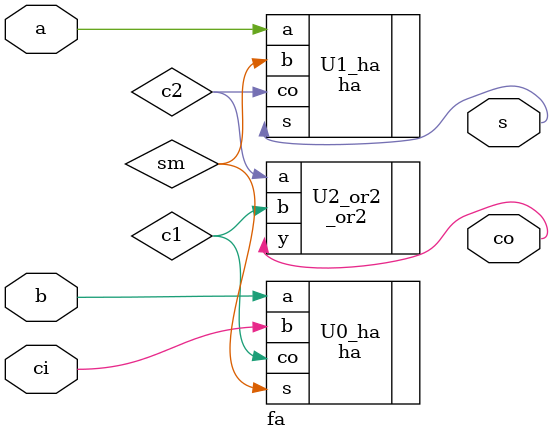
<source format=v>
module fa(a, b, ci, s, co); // full adder module
	input a, b, ci;
	output s, co;
	
	wire c1, c2, sm;
	
	ha U0_ha(.a(b), .b(ci), .s(sm), .co(c1)); // call half adder twice
	ha U1_ha(.a(a), .b(sm), .s(s), .co(c2));
	_or2 U2_or2(.a(c2), .b(c1), .y(co)); // or calculate for two outputs of half adder
endmodule

/*
module fa(a, b, ci, s, co); // full adder without half adder
	input a, b, ci;
	output s, co;

	_xor2 U0_xor2(.a(a), .b(b), .y(w0));
	_xor2 U1_xor2(.a(ci), .b(w0), .y(s));
	_nand2 U2_nand2(.a(a), .b(b), .y(w1));
	_nand2 U3_nand2(.a(a), .b(ci), .y(w2));
	_nand2 U4_nand2(.a(b), .b(ci), .y(w3));
	_nand3 U5_nand3(.a(w1), .b(w2), .c(w3), .y(co));
endmodule

*/
</source>
